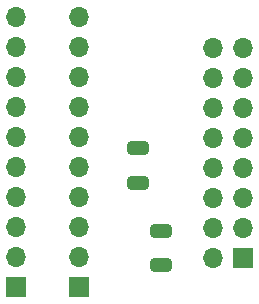
<source format=gbr>
%TF.GenerationSoftware,KiCad,Pcbnew,(6.99.0-1006-g2560c8f31b)*%
%TF.CreationDate,2022-03-06T10:16:36+01:00*%
%TF.ProjectId,freeDSP-aurora-expansion-port-extender,66726565-4453-4502-9d61-75726f72612d,rev?*%
%TF.SameCoordinates,Original*%
%TF.FileFunction,Soldermask,Bot*%
%TF.FilePolarity,Negative*%
%FSLAX46Y46*%
G04 Gerber Fmt 4.6, Leading zero omitted, Abs format (unit mm)*
G04 Created by KiCad (PCBNEW (6.99.0-1006-g2560c8f31b)) date 2022-03-06 10:16:36*
%MOMM*%
%LPD*%
G01*
G04 APERTURE LIST*
G04 Aperture macros list*
%AMRoundRect*
0 Rectangle with rounded corners*
0 $1 Rounding radius*
0 $2 $3 $4 $5 $6 $7 $8 $9 X,Y pos of 4 corners*
0 Add a 4 corners polygon primitive as box body*
4,1,4,$2,$3,$4,$5,$6,$7,$8,$9,$2,$3,0*
0 Add four circle primitives for the rounded corners*
1,1,$1+$1,$2,$3*
1,1,$1+$1,$4,$5*
1,1,$1+$1,$6,$7*
1,1,$1+$1,$8,$9*
0 Add four rect primitives between the rounded corners*
20,1,$1+$1,$2,$3,$4,$5,0*
20,1,$1+$1,$4,$5,$6,$7,0*
20,1,$1+$1,$6,$7,$8,$9,0*
20,1,$1+$1,$8,$9,$2,$3,0*%
G04 Aperture macros list end*
%ADD10R,1.700000X1.700000*%
%ADD11O,1.700000X1.700000*%
%ADD12RoundRect,0.249550X-0.650450X0.325450X-0.650450X-0.325450X0.650450X-0.325450X0.650450X0.325450X0*%
G04 APERTURE END LIST*
D10*
%TO.C,J4*%
X144376999Y-99089999D03*
D11*
X144376999Y-96549999D03*
X144376999Y-94009999D03*
X144376999Y-91469999D03*
X144376999Y-88929999D03*
X144376999Y-86389999D03*
X144376999Y-83849999D03*
X144376999Y-81309999D03*
X144376999Y-78769999D03*
X144376999Y-76229999D03*
%TD*%
D10*
%TO.C,J4*%
X139042999Y-99084999D03*
D11*
X139042999Y-96544999D03*
X139042999Y-94004999D03*
X139042999Y-91464999D03*
X139042999Y-88924999D03*
X139042999Y-86384999D03*
X139042999Y-83844999D03*
X139042999Y-81304999D03*
X139042999Y-78764999D03*
X139042999Y-76224999D03*
%TD*%
D12*
%TO.C,C11*%
X151260400Y-94335000D03*
X151260400Y-97285000D03*
%TD*%
D10*
%TO.C,J2*%
X158219999Y-96626199D03*
D11*
X155679999Y-96626199D03*
X158219999Y-94086199D03*
X155679999Y-94086199D03*
X158219999Y-91546199D03*
X155679999Y-91546199D03*
X158219999Y-89006199D03*
X155679999Y-89006199D03*
X158219999Y-86466199D03*
X155679999Y-86466199D03*
X158219999Y-83926199D03*
X155679999Y-83926199D03*
X158219999Y-81386199D03*
X155679999Y-81386199D03*
X158219999Y-78846199D03*
X155679999Y-78846199D03*
%TD*%
D12*
%TO.C,C22*%
X149355400Y-87378800D03*
X149355400Y-90328800D03*
%TD*%
M02*

</source>
